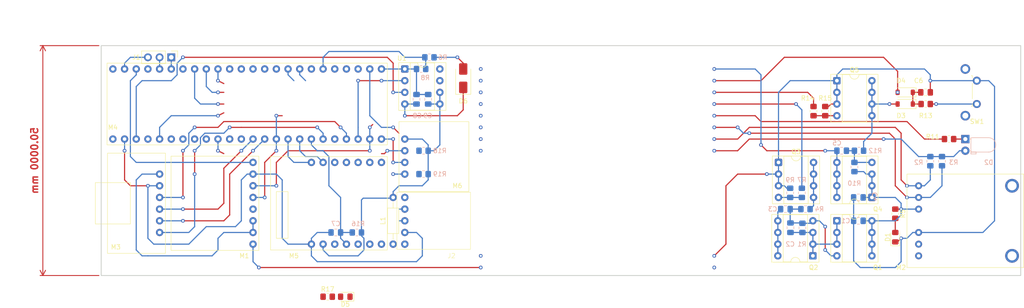
<source format=kicad_pcb>
(kicad_pcb (version 20241229) (generator "pcbnew") (generator_version "9.0")
  (layers (0 "F.Cu" signal) (2 "B.Cu" signal) (13 "F.Paste" user) (15 "B.Paste" user) (5 "F.SilkS" user "F.Silkscreen") (7 "B.SilkS" user "B.Silkscreen") (1 "F.Mask" user) (3 "B.Mask" user) (25 "Edge.Cuts" user))
  (net 0 "")
  (net 1 "GND")
  (net 2 "VDD")
  (net 3 "Net-(Q1-G)")
  (net 4 "VBUS")
  (net 5 "VCC")
  (net 6 "Net-(C2-Pad2)")
  (net 7 "Net-(D5-A)")
  (net 8 "BLUETOOTH_RST")
  (net 9 "/VBUS_OUT0")
  (net 10 "Net-(Q5-G)")
  (net 11 "Net-(R13-Pad2)")
  (net 12 "PB_POWER")
  (net 13 "Net-(D3-K)")
  (net 14 "Net-(Q4-G)")
  (net 15 "Net-(D3-A)")
  (net 16 "Net-(D2-K)")
  (net 17 "Net-(Q3-G)")
  (net 18 "Net-(D1-A)")
  (net 19 "GPS_RX")
  (net 20 "GPS_TX")
  (net 21 "TRACE_RX")
  (net 22 "TRACE_TX")
  (net 23 "I2C1_SDA")
  (net 24 "I2C1_SCL")
  (net 25 "Net-(Q3-D-Pad5)")
  (net 27 "I2C2_SDA")
  (net 28 "I2C2_SCL")
  (net 34 "+3V3")
  (net 37 "BLUETOOTH_TX")
  (net 38 "BLUETOOTH_RX")
  (net 39 "/VBUS_OUT1")
  (net 41 "USB_CC1")
  (net 42 "USB_DM")
  (net 43 "USB_DP")
  (net 44 "USB_CC2")
  (net 46 "EN_EXTRAPWR")
  (net 51 "/LED_DEVICERDY")
  (net 55 "VBUS_ADC")
  (net 61 "HOLD_POWER")
  (net 62 "VBUS_POWER")
  (net 66 "Net-(D5-K)")
  (net 69 "Net-(J2-Pin_1)")
  (net 70 "VDC")
  (footprint "Diode_SMD:D_SOD-123" (layer "F.Cu") (at 209.82 29.83 180)
    (property "Reference" "D3")
    (property "Value" "1N4148W")
  )
  (footprint "Package_DIP:DIP-8_W7.62mm_Socket" (layer "F.Cu") (at 182.26 42.53)
    (property "Reference" "Q3")
    (property "Value" "IRF7403")
  )
  (footprint "Package_DIP:DIP-8_W7.62mm_Socket" (layer "F.Cu") (at 100.98 22.21)
    (property "Reference" "U1")
    (property "Value" "TPS77733_SO8")
  )
  (footprint "Resistor_SMD:R_0805_2012Metric_Pad1.20x1.40mm_HandSolder" (layer "F.Cu") (at 207.66 53.69 -90)
    (property "Reference" "R5")
    (property "Value" "1K")
  )
  (footprint "Capacitor_SMD:C_0805_2012Metric_Pad1.18x1.45mm_HandSolder" (layer "F.Cu") (at 214.2425 27.29 180)
    (property "Reference" "C6")
    (property "Value" "0.1uF")
  )
  (footprint "PowerCube_Library:BMP280-MOD" (layer "F.Cu") (at 104.79 41.26)
    (property "Reference" "M6")
    (property "Value" "BMP280-MOD")
  )
  (footprint "PowerCube_Library:INA226-MOD" (layer "F.Cu") (at 61.61 51.42 90)
    (property "Reference" "M1")
    (property "Value" "INA226-MOD")
  )
  (footprint "Package_DIP:DIP-8_W7.62mm_Socket" (layer "F.Cu") (at 189.74 62.85 180)
    (property "Reference" "Q2")
    (property "Value" "IRF7404")
  )
  (footprint "LED_SMD:LED_0805_2012Metric_Pad1.15x1.40mm_HandSolder" (layer "F.Cu") (at 207.66 58.795 90)
    (property "Reference" "D1")
    (property "Value" "RED")
  )
  (footprint "Resistor_SMD:R_0805_2012Metric_Pad1.20x1.40mm_HandSolder" (layer "F.Cu") (at 192.42 31.37 90)
    (property "Reference" "R15")
    (property "Value" "47K")
  )
  (footprint "Package_DIP:DIP-8_W7.62mm_Socket" (layer "F.Cu") (at 194.96 24.75)
    (property "Reference" "Q5")
    (property "Value" "IRF7403")
  )
  (footprint "Button_Switch_THT:SW_Tactile_SPST_Angled_PTS645Vx39-2LFS" (layer "F.Cu") (at 225.39 24.75 -90)
    (property "Reference" "SW1")
    (property "Value" "SW_Push")
  )
  (footprint "Diode_SMD:D_SOD-123" (layer "F.Cu") (at 209.82 27.29 180)
    (property "Reference" "D4")
    (property "Value" "1N4148W")
  )
  (footprint "Resistor_SMD:R_0805_2012Metric_Pad1.20x1.40mm_HandSolder" (layer "F.Cu") (at 219.36 37.45 180)
    (property "Reference" "R11")
    (property "Value" "1K")
  )
  (footprint "Package_DIP:DIP-8_W7.62mm_Socket" (layer "F.Cu") (at 194.96 55.23)
    (property "Reference" "Q1")
    (property "Value" "IRF7404")
  )
  (footprint "Package_DIP:DIP-8_W7.62mm_Socket" (layer "F.Cu") (at 202.58 50.15 180)
    (property "Reference" "Q4")
    (property "Value" "IRF7404")
  )
  (footprint "PowerCube_Library:GOOUUU-GPS-BD" (layer "F.Cu") (at 106.06 55.23 -90)
    (property "Reference" "J2")
    (property "Value" "Conn_01x04")
  )
  (footprint "Connector_PinHeader_2.54mm:PinHeader_1x03_P2.54mm_Vertical" (layer "F.Cu") (at 50.18 19.67 -90)
    (property "Reference" "J1")
    (property "Value" "Conn_01x03")
  )
  (footprint "Diode_SMD:D_SMA" (layer "F.Cu") (at 113.68 24.21 90)
    (property "Reference" "D6")
    (property "Value" "SS34")
  )
  (footprint "LED_SMD:LED_0805_2012Metric_Pad1.15x1.40mm_HandSolder" (layer "F.Cu") (at 88.035 71.74 180)
    (property "Reference" "D5")
    (property "Value" "BLUE")
  )
  (footprint "Resistor_SMD:R_0805_2012Metric_Pad1.20x1.40mm_HandSolder" (layer "F.Cu") (at 214.28 29.83)
    (property "Reference" "R13")
    (property "Value" "330R")
  )
  (footprint "PowerCube_Library:WEACT-STM32G747" (layer "F.Cu") (at 67.96 29.83 -90)
    (property "Reference" "M4")
    (property "Value" "WEACT-STM32G474")
  )
  (footprint "PowerCube_Library:HUSB238-USBPD" (layer "F.Cu") (at 222.9 55.23 180)
    (property "Reference" "M2")
    (property "Value" "HUSB238-USBPD")
  )
  (footprint "Inductor_THT:L_Axial_L5.3mm_D2.2mm_P10.16mm_Horizontal_Vishay_IM-1" (layer "F.Cu") (at 98.44 60.31 90)
    (property "Reference" "L1")
    (property "Value" "Ferrite")
  )
  (footprint "PowerCube_Library:USBC-MOD" (layer "F.Cu") (at 41.29 51.42)
    (property "Reference" "M3")
    (property "Value" "USBC-MOD")
  )
  (footprint "Resistor_SMD:R_0805_2012Metric_Pad1.20x1.40mm_HandSolder" (layer "F.Cu") (at 189.88 31.37 90)
    (property "Reference" "R14")
    (property "Value" "330R")
  )
  (footprint "PowerCube_Library:BlueM-D100" (layer "F.Cu") (at 87.01 51.42 90)
    (property "Reference" "M5")
    (property "Value" "BlueM-D100")
  )
  (footprint "Resistor_SMD:R_0805_2012Metric_Pad1.20x1.40mm_HandSolder" (layer "F.Cu") (at 84.2 71.74)
    (property "Reference" "R17")
    (property "Value" "1K")
  )
  (footprint "Capacitor_SMD:C_0805_2012Metric_Pad1.18x1.45mm_HandSolder" (layer "B.Cu") (at 85.9725 57.77)
    (property "Reference" "C7")
    (property "Value" "1uF")
  )
  (footprint "Resistor_SMD:R_0805_2012Metric_Pad1.20x1.40mm_HandSolder" (layer "B.Cu") (at 188.13 52.69)
    (property "Reference" "R4")
    (property "Value" "10K")
  )
  (footprint "Resistor_SMD:R_0805_2012Metric_Pad1.20x1.40mm_HandSolder" (layer "B.Cu") (at 104.52 22.21 180)
    (property "Reference" "R8")
    (property "Value" "40.2K")
  )
  (footprint "Resistor_SMD:R_0805_2012Metric_Pad1.20x1.40mm_HandSolder" (layer "B.Cu") (at 198.77 43.53 90)
    (property "Reference" "R10")
    (property "Value" "47K")
  )
  (footprint "Resistor_SMD:R_0805_2012Metric_Pad1.20x1.40mm_HandSolder" (layer "B.Cu") (at 106.33 19.67 180)
    (property "Reference" "R6")
    (property "Value" "200K")
  )
  (footprint "Capacitor_SMD:C_0805_2012Metric_Pad1.18x1.45mm_HandSolder" (layer "B.Cu") (at 183.7625 52.69 180)
    (property "Reference" "C3")
    (property "Value" "1000pF")
  )
  (footprint "Resistor_SMD:R_0805_2012Metric_Pad1.20x1.40mm_HandSolder" (layer "B.Cu") (at 90.55 57.77 180)
    (property "Reference" "R16")
    (property "Value" "200K")
  )
  (footprint "Resistor_SMD:R_0805_2012Metric_Pad1.20x1.40mm_HandSolder" (layer "B.Cu") (at 187.34 49.15 90)
    (property "Reference" "R7")
    (property "Value" "330R")
  )
  (footprint "LED_THT:LED_D3.0mm_Horizontal_O1.27mm_Z6.0mm" (layer "B.Cu") (at 222.9 37.45 -90)
    (property "Reference" "D2")
    (property "Value" "GREEN")
  )
  (footprint "Resistor_SMD:R_0805_2012Metric_Pad1.20x1.40mm_HandSolder" (layer "B.Cu") (at 217.82 42.26 -90)
    (property "Reference" "R3")
    (property "Value" "1K")
  )
  (footprint "Capacitor_SMD:C_0805_2012Metric_Pad1.18x1.45mm_HandSolder" (layer "B.Cu") (at 106.06 28.7925 -90)
    (property "Reference" "C9")
    (property "Value" "1uF")
  )
  (footprint "Resistor_SMD:R_0805_2012Metric_Pad1.20x1.40mm_HandSolder" (layer "B.Cu") (at 187.46 56.77 90)
    (property "Reference" "R1")
    (property "Value" "47K")
  )
  (footprint "Capacitor_SMD:C_0805_2012Metric_Pad1.18x1.45mm_HandSolder" (layer "B.Cu") (at 103.52 28.7925 -90)
    (property "Reference" "C8")
    (property "Value" "10uF")
  )
  (footprint "Resistor_SMD:R_0805_2012Metric_Pad1.20x1.40mm_HandSolder" (layer "B.Cu") (at 184.8 49.15 90)
    (property "Reference" "R9")
    (property "Value" "47K")
  )
  (footprint "Capacitor_SMD:C_0805_2012Metric_Pad1.18x1.45mm_HandSolder" (layer "B.Cu") (at 195.9975 39.99 180)
    (property "Reference" "C5")
    (property "Value" "1000pF")
  )
  (footprint "Resistor_SMD:R_0805_2012Metric_Pad1.20x1.40mm_HandSolder" (layer "B.Cu") (at 105.06 39.99)
    (property "Reference" "R18")
    (property "Value" "1K")
  )
  (footprint "Resistor_SMD:R_0805_2012Metric_Pad1.20x1.40mm_HandSolder" (layer "B.Cu") (at 215.28 42.26 -90)
    (property "Reference" "R2")
    (property "Value" "1K")
  )
  (footprint "Capacitor_SMD:C_0805_2012Metric_Pad1.18x1.45mm_HandSolder" (layer "B.Cu") (at 184.86 56.7325 -90)
    (property "Reference" "C2")
    (property "Value" "0.1uF")
  )
  (footprint "Capacitor_SMD:C_0805_2012Metric_Pad1.18x1.45mm_HandSolder" (layer "B.Cu") (at 199.6375 50.15)
    (property "Reference" "C4")
    (property "Value" "1uF")
  )
  (footprint "Resistor_SMD:R_0805_2012Metric_Pad1.20x1.40mm_HandSolder" (layer "B.Cu") (at 105.06 45.07 180)
    (property "Reference" "R19")
    (property "Value" "1K")
  )
  (footprint "Capacitor_SMD:C_0805_2012Metric_Pad1.18x1.45mm_HandSolder" (layer "B.Cu") (at 199.6375 55.23)
    (property "Reference" "C1")
    (property "Value" "1uF" (hide yes))
  )
  (footprint "Resistor_SMD:R_0805_2012Metric_Pad1.20x1.40mm_HandSolder" (layer "B.Cu") (at 199.77 39.99)
    (property "Reference" "R12")
    (property "Value" "10K")
  )
  (gr_rect (start 34.94 17.13) (end 234.94 67.13) (stroke (width 0.2)) (fill no) (layer "Edge.Cuts"))
  (dimension (type orthogonal) (layer "F.Cu") (pts (xy 34.94 17.13) (xy 34.94 67.13)) (height -12.7) (orientation 1) (format (prefix "") (suffix "") (units 3) (units_format 1) (precision 4)) (style (thickness 0.2) (arrow_length 1.27) (text_position_mode 0) (arrow_direction outward) (extension_height 0.58642) (extension_offset 0.5) (keep_text_aligned yes)) (gr_text "50.0000 mm" (at 20.44 42.13 90) (layer "F.Cu") (effects (font (size 1.5 1.5) (thickness 0.3)) (justify mirror))))
  (segment (start 192.42 30.37) (end 193.15 30.37) (width 0.25) (layer "F.Cu") (net 1))
  (segment (start 45.1 47.61) (end 41.29 47.61) (width 0.25) (layer "F.Cu") (net 1))
  (segment (start 193.15 30.37) (end 193.69 29.83) (width 0.25) (layer "F.Cu") (net 1))
  (segment (start 173.37 45.07) (end 179.72 45.07) (width 0.25) (layer "F.Cu") (net 1))
  (segment (start 41.29 47.61) (end 40.02 46.34) (width 0.25) (layer "F.Cu") (net 1))
  (segment (start 168.29 62.85) (end 170.83 60.31) (width 0.25) (layer "F.Cu") (net 1))
  (segment (start 215.28 24.75) (end 215.28 27.29) (width 0.25) (layer "F.Cu") (net 1))
  (segment (start 207.66 59.82) (end 208.15 59.82) (width 0.25) (layer "F.Cu") (net 1))
  (segment (start 170.83 60.31) (end 170.83 47.61) (width 0.25) (layer "F.Cu") (net 1))
  (segment (start 170.83 47.61) (end 173.37 45.07) (width 0.25) (layer "F.Cu") (net 1))
  (segment (start 208.15 59.82) (end 208.93 59.04) (width 0.25) (layer "F.Cu") (net 1))
  (segment (start 193.69 29.83) (end 194.96 29.83) (width 0.25) (layer "F.Cu") (net 1))
  (segment (start 45.1 47.61) (end 45.1 47.740003) (width 0.25) (layer "F.Cu") (net 1))
  (segment (start 98.44 37.45) (end 98.44 42.53) (width 0.25) (layer "F.Cu") (net 1))
  (segment (start 40.02 46.34) (end 40.02 39.99) (width 0.25) (layer "F.Cu") (net 1))
  (via (at 117.49 62.85) (size 0.8) (drill 0.4) (layers "F.Cu" "B.Cu") (net 1))
  (via (at 168.29 62.85) (size 0.8) (drill 0.4) (layers "F.Cu" "B.Cu") (net 1))
  (via (at 215.28 24.75) (size 0.8) (drill 0.4) (layers "F.Cu" "B.Cu") (net 1))
  (via (at 40.02 39.99) (size 0.8) (drill 0.4) (layers "F.Cu" "B.Cu") (net 1))
  (via (at 45.1 47.61) (size 0.8) (drill 0.4) (layers "F.Cu" "B.Cu") (net 1))
  (via (at 179.72 45.07) (size 0.8) (drill 0.4) (layers "F.Cu" "B.Cu") (net 1))
  (via (at 208.93 59.04) (size 0.8) (drill 0.4) (layers "F.Cu" "B.Cu") (net 1))
  (via (at 98.44 37.45) (size 0.8) (drill 0.4) (layers "F.Cu" "B.Cu") (net 1))
  (via (at 98.44 42.53) (size 0.8) (drill 0.4) (layers "F.Cu" "B.Cu") (net 1))
  (segment (start 47.64 47.61) (end 45.1 47.61) (width 0.25) (layer "B.Cu") (net 1))
  (segment (start 80.66 60.31) (end 80.66 62.85) (width 0.25) (layer "B.Cu") (net 1))
  (segment (start 75.58 60.31) (end 74.31 59.04) (width 0.25) (layer "B.Cu") (net 1))
  (segment (start 74.31 59.04) (end 74.31 46.34) (width 0.25) (layer "B.Cu") (net 1))
  (segment (start 40.02 20.94) (end 41.29 19.67) (width 0.25) (layer "B.Cu") (net 1))
  (segment (start 194.96 27.29) (end 194.96 29.83) (width 0.25) (layer "B.Cu") (net 1))
  (segment (start 210.2 59.04) (end 211.47 57.77) (width 0.25) (layer "B.Cu") (net 1))
  (segment (start 45.1 59.04) (end 45.1 47.61) (width 0.25) (layer "B.Cu") (net 1))
  (segment (start 73.04 45.07) (end 74.31 46.34) (width 0.25) (layer "B.Cu") (net 1))
  (segment (start 106.06 27.755) (end 103.52 27.755) (width 0.25) (layer "B.Cu") (net 1))
  (segment (start 40.02 22.21) (end 40.02 20.94) (width 0.25) (layer "B.Cu") (net 1))
  (segment (start 81.93 64.12) (end 103.52 64.12) (width 0.25) (layer "B.Cu") (net 1))
  (segment (start 183.53 47.61) (end 182.26 47.61) (width 0.25) (layer "B.Cu") (net 1))
  (segment (start 40.02 39.99) (end 40.02 37.45) (width 0.25) (layer "B.Cu") (net 1))
  (segment (start 208.93 64.12) (end 207.66 65.39) (width 0.25) (layer "B.Cu") (net 1))
  (segment (start 182.26 47.61) (end 182.26 45.07) (width 0.25) (layer "B.Cu") (net 1))
  (segment (start 215.28 24.75) (end 225.39 24.75) (width 0.25) (layer "B.Cu") (net 1))
  (segment (start 198.6 50.15) (end 198.6 55.23) (width 0.25) (layer "B.Cu") (net 1))
  (segment (start 182.26 42.53) (end 182.26 27.29) (width 0.25) (layer "B.Cu") (net 1))
  (segment (start 194.96 23.48) (end 194.96 24.75) (width 0.25) (layer "B.Cu") (net 1))
  (segment (start 229.25 55.23) (end 229.25 26.02) (width 0.25) (layer "B.Cu") (net 1))
  (segment (start 65.42 46.34) (end 65.42 55.23) (width 0.25) (layer "B.Cu") (net 1))
  (segment (start 80.66 59.04) (end 80.66 60.31) (width 0.25) (layer "B.Cu") (net 1))
  (segment (start 196.23 22.21) (end 194.96 23.48) (width 0.25) (layer "B.Cu") (net 1))
  (segment (start 80.66 62.85) (end 81.93 64.12) (width 0.25) (layer "B.Cu") (net 1))
  (segment (start 184.8 48.15) (end 184.07 48.15) (width 0.25) (layer "B.Cu") (net 1))
  (segment (start 46.37 60.31) (end 45.1 59.04) (width 0.25) (layer "B.Cu") (net 1))
  (segment (start 95.9 22.21) (end 100.98 22.21) (width 0.25) (layer "B.Cu") (net 1))
  (segment (start 84.935 57.77) (end 81.93 57.77) (width 0.25) (layer "B.Cu") (net 1))
  (segment (start 198.6 63.95) (end 198.6 55.23) (width 0.25) (layer "B.Cu") (net 1))
  (segment (start 215.28 23.48) (end 215.28 24.75) (width 0.25) (layer "B.Cu") (net 1))
  (segment (start 214.01 22.21) (end 215.28 23.48) (width 0.25) (layer "B.Cu") (net 1))
  (segment (start 208.93 59.04) (end 210.2 59.04) (width 0.25) (layer "B.Cu") (net 1))
  (segment (start 103.52 57.77) (end 100.98 57.77) (width 0.25) (layer "B.Cu") (net 1))
  (segment (start 184.8 24.75) (end 194.96 24.75) (width 0.25) (layer "B.Cu") (net 1))
  (segment (start 66.69 45.07) (end 65.42 46.34) (width 0.25) (layer "B.Cu") (net 1))
  (segment (start 65.42 55.23) (end 64.15 56.5) (width 0.25) (layer "B.Cu") (net 1))
  (segment (start 194.96 24.75) (end 194.96 27.29) (width 0.25) (layer "B.Cu") (net 1))
  (segment (start 103.52 22.21) (end 100.98 22.21) (width 0.25) (layer "B.Cu") (net 1))
  (segment (start 98.44 42.53) (end 100.98 42.53) (width 0.25) (layer "B.Cu") (net 1))
  (segment (start 104.79 62.85) (end 104.79 59.04) (width 0.25) (layer "B.Cu") (net 1))
  (segment (start 67.96 45.07) (end 66.69 45.07) (width 0.25) (layer "B.Cu") (net 1))
  (segment (start 226.71 57.77) (end 229.25 55.23) (width 0.25) (layer "B.Cu") (net 1))
  (segment (start 53.99 60.31) (end 46.37 60.31) (width 0.25) (layer "B.Cu") (net 1))
  (segment (start 227.98 24.75) (end 225.39 24.75) (width 0.25) (layer "B.Cu") (net 1))
  (segment (start 81.93 57.77) (end 80.66 59.04) (width 0.25) (layer "B.Cu") (net 1))
  (segment (start 80.66 60.31) (end 75.58 60.31) (width 0.25) (layer "B.Cu") (net 1))
  (segment (start 182.26 45.07) (end 179.72 45.07) (width 0.25) (layer "B.Cu") (net 1))
  (segment (start 182.26 27.29) (end 184.8 24.75) (width 0.25) (layer "B.Cu") (net 1))
  (segment (start 214.01 22.21) (end 196.23 22.21) (width 0.25) (layer "B.Cu") (net 1))
  (segment (start 57.8 56.5) (end 53.99 60.31) (width 0.25) (layer "B.Cu") (net 1))
  (segment (start 212.74 57.77) (end 211.47 57.77) (width 0.25) (layer "B.Cu") (net 1))
  (segment (start 104.79 59.04) (end 103.52 57.77) (width 0.25) (layer "B.Cu") (net 1))
  (segment (start 200.04 65.39) (end 198.6 63.95) (width 0.25) (layer "B.Cu") (net 1))
  (segment (start 182.26 42.53) (end 182.26 45.07) (width 0.25) (layer "B.Cu") (net 1))
  (segment (start 229.25 26.02) (end 227.98 24.75) (width 0.25) (layer "B.Cu") (net 1))
  (segment (start 212.74 57.77) (end 226.71 57.77) (width 0.25) (layer "B.Cu") (net 1))
  (segment (start 41.29 19.67) (end 45.1 19.67) (width 0.25) (layer "B.Cu") (net 1))
  (segment (start 103.52 27.755) (end 103.52 22.21) (width 0.25) (layer "B.Cu") (net 1))
  (segment (start 207.66 65.39) (end 200.04 65.39) (width 0.25) (layer "B.Cu") (net 1))
  (segment (start 67.96 45.07) (end 73.04 45.07) (width 0.25) (layer "B.Cu") (net 1))
  (segment (start 103.52 64.12) (end 104.79 62.85) (width 0.25) (layer "B.Cu") (net 1))
  (segment (start 64.15 56.5) (end 57.8 56.5) (width 0.25) (layer "B.Cu") (net 1))
  (segment (start 184.07 48.15) (end 183.53 47.61) (width 0.25) (layer "B.Cu") (net 1))
  (segment (start 208.93 59.04) (end 208.93 64.12) (width 0.25) (layer "B.Cu") (net 1))
  (segment (start 98.44 37.45) (end 95.9 37.45) (width 0.25) (layer "B.Cu") (net 1))
  (segment (start 97.17 19.67) (end 52.72 19.67) (width 0.25) (layer "F.Cu") (net 2))
  (segment (start 98.44 27.29) (end 98.44 20.94) (width 0.25) (layer "F.Cu") (net 2))
  (segment (start 113.68 31.1) (end 112.41 32.37) (width 0.25) (layer "F.Cu") (net 2))
  (segment (start 98.44 20.94) (end 97.17 19.67) (width 0.25) (layer "F.Cu") (net 2))
  (segment (start 112.41 32.37) (end 100.98 32.37) (width 0.25) (layer "F.Cu") (net 2))
  (segment (start 113.68 26.21) (end 113.68 31.1) (width 0.25) (layer "F.Cu") (net 2))
  (via (at 52.72 19.67) (size 0.8) (drill 0.4) (layers "F.Cu" "B.Cu") (net 2))
  (via (at 98.44 27.29) (size 0.8) (drill 0.4) (layers "F.Cu" "B.Cu") (net 2))
  (via (at 100.98 32.37) (size 0.8) (drill 0.4) (layers "F.Cu" "B.Cu") (net 2))
  (segment (start 100.98 27.29) (end 98.44 27.29) (width 0.25) (layer "B.Cu") (net 2))
  (segment (start 51.45 23.48) (end 50.18 24.75) (width 0.25) (layer "B.Cu") (net 2))
  (segment (start 100.98 29.83) (end 100.98 32.37) (width 0.25) (layer "B.Cu") (net 2))
  (segment (start 50.18 24.75) (end 43.83 24.75) (width 0.25) (layer "B.Cu") (net 2))
  (segment (start 51.45 20.94) (end 51.45 23.48) (width 0.25) (layer "B.Cu") (net 2))
  (segment (start 52.72 19.67) (end 51.45 20.94) (width 0.25) (layer "B.Cu") (net 2))
  (segment (start 42.56 26.02) (end 42.56 37.45) (width 0.25) (layer "B.Cu") (net 2))
  (segment (start 43.83 24.75) (end 42.56 26.02) (width 0.25) (layer "B.Cu") (net 2))
  (segment (start 103.52 29.83) (end 100.98 29.83) (width 0.25) (layer "B.Cu") (net 2))
  (segment (start 192.42 56.5) (end 192.42 61.58) (width 0.25) (layer "F.Cu") (net 3))
  (via (at 192.42 56.5) (size 0.8) (drill 0.4) (layers "F.Cu" "B.Cu") (net 3))
  (via (at 192.42 61.58) (size 0.8) (drill 0.4) (layers "F.Cu" "B.Cu") (net 3))
  (segment (start 192.42 61.58) (end 193.69 62.85) (width 0.25) (layer "B.Cu") (net 3))
  (segment (start 184.8 55.635) (end 184.86 55.695) (width 0.25) (layer "B.Cu") (net 3))
  (segment (start 189.2 55.77) (end 189.74 55.23) (width 0.25) (layer "B.Cu") (net 3))
  (segment (start 184.8 52.69) (end 184.8 55.635) (width 0.25) (layer "B.Cu") (net 3))
  (segment (start 193.69 62.85) (end 194.96 62.85) (width 0.25) (layer "B.Cu") (net 3))
  (segment (start 187.13 52.69) (end 184.8 52.69) (width 0.25) (layer "B.Cu") (net 3))
  (segment (start 184.86 55.695) (end 187.385 55.695) (width 0.25) (layer "B.Cu") (net 3))
  (segment (start 191.15 55.23) (end 189.74 55.23) (width 0.25) (layer "B.Cu") (net 3))
  (segment (start 187.46 55.77) (end 189.2 55.77) (width 0.25) (layer "B.Cu") (net 3))
  (segment (start 191.15 55.23) (end 192.42 56.5) (width 0.25) (layer "B.Cu") (net 3))
  (segment (start 184.93 52.25) (end 184.88 52.3) (width 0.25) (layer "B.Cu") (net 3))
  (segment (start 207.66 52.69) (end 208.93 52.69) (width 0.25) (layer "F.Cu") (net 4))
  (via (at 208.93 52.69) (size 0.8) (drill 0.4) (layers "F.Cu" "B.Cu") (net 4))
  (segment (start 198.77 44.53) (end 200.77 44.53) (width 0.25) (layer "B.Cu") (net 4))
  (segment (start 208.93 52.69) (end 208.93 51.42) (width 0.25) (layer "B.Cu") (net 4))
  (segment (start 207.66 50.15) (end 202.58 50.15) (width 0.25) (layer "B.Cu") (net 4))
  (segment (start 202.58 60.31) (end 202.58 57.77) (width 0.25) (layer "B.Cu") (net 4))
  (segment (start 202.58 50.15) (end 202.58 47.61) (width 0.25) (layer "B.Cu") (net 4))
  (segment (start 200.675 50.15) (end 202.58 50.15) (width 0.25) (layer "B.Cu") (net 4))
  (segment (start 208.93 53.96) (end 207.66 55.23) (width 0.25) (layer "B.Cu") (net 4))
  (segment (start 212.74 52.69) (end 208.93 52.69) (width 0.25) (layer "B.Cu") (net 4))
  (segment (start 202.58 62.85) (end 202.58 60.31) (width 0.25) (layer "B.Cu") (net 4))
  (segment (start 207.66 55.23) (end 202.58 55.23) (width 0.25) (layer "B.Cu") (net 4))
  (segment (start 202.58 55.23) (end 200.675 55.23) (width 0.25) (layer "B.Cu") (net 4))
  (segment (start 202.58 45.07) (end 201.31 45.07) (width 0.25) (layer "B.Cu") (net 4))
  (segment (start 202.58 47.61) (end 202.58 45.07) (width 0.25) (layer "B.Cu") (net 4))
  (segment (start 208.93 52.69) (end 208.93 53.96) (width 0.25) (layer "B.Cu") (net 4))
  (segment (start 208.93 51.42) (end 207.66 50.15) (width 0.25) (layer "B.Cu") (net 4))
  (segment (start 202.58 55.23) (end 202.58 57.77) (width 0.25) (layer "B.Cu") (net 4))
  (segment (start 200.77 44.53) (end 201.31 45.07) (width 0.25) (layer "B.Cu") (net 4))
  (segment (start 106.06 29.83) (end 108.6 29.83) (width 0.25) (layer "B.Cu") (net 5))
  (segment (start 91.55 57.77) (end 91.55 58.5) (width 0.25) (layer "B.Cu") (net 5))
  (segment (start 92.09 59.04) (end 92.09 61.58) (width 0.25) (layer "B.Cu") (net 5))
  (segment (start 91.55 58.5) (end 92.09 59.04) (width 0.25) (layer "B.Cu") (net 5))
  (segment (start 108.6 29.83) (end 108.6 38.72) (width 0.25) (layer "B.Cu") (net 5))
  (segment (start 92.09 61.58) (end 90.82 62.85) (width 0.25) (layer "B.Cu") (net 5))
  (segment (start 99.71 47.61) (end 98.44 48.88) (width 0.25) (layer "B.Cu") (net 5))
  (segment (start 106.06 39.99) (end 106.06 45.07) (width 0.25) (layer "B.Cu") (net 5))
  (segment (start 100.98 37.45) (end 104.79 37.45) (width 0.25) (layer "B.Cu") (net 5))
  (segment (start 83.2 60.31) (end 83.2 61.58) (width 0.25) (layer "B.Cu") (net 5))
  (segment (start 108.6 38.72) (end 107.33 39.99) (width 0.25) (layer "B.Cu") (net 5))
  (segment (start 104.79 47.61) (end 99.71 47.61) (width 0.25) (layer "B.Cu") (net 5))
  (segment (start 91.55 57.77) (end 91.55 50.69) (width 0.25) (layer "B.Cu") (net 5))
  (segment (start 106.06 46.34) (end 104.79 47.61) (width 0.25) (layer "B.Cu") (net 5))
  (segment (start 90.82 62.85) (end 84.47 62.85) (width 0.25) (layer "B.Cu") (net 5))
  (segment (start 83.2 61.58) (end 84.47 62.85) (width 0.25) (layer "B.Cu") (net 5))
  (segment (start 91.93 50.31) (end 91.55 50.69) (width 0.25) (layer "B.Cu") (net 5))
  (segment (start 108.6 27.29) (end 108.6 29.83) (width 0.25) (layer "B.Cu") (net 5))
  (segment (start 106.06 45.07) (end 106.06 46.34) (width 0.25) (layer "B.Cu") (net 5))
  (segment (start 106.06 38.72) (end 106.06 39.99) (width 0.25) (layer "B.Cu") (net 5))
  (segment (start 104.79 37.45) (end 106.06 38.72) (width 0.25) (layer "B.Cu") (net 5))
  (segment (start 107.33 39.99) (end 106.06 39.99) (width 0.25) (layer "B.Cu") (net 5))
  (segment (start 98.44 48.88) (end 98.44 50.31) (width 0.25) (layer "B.Cu") (net 5))
  (segment (start 98.44 50.31) (end 91.93 50.31) (width 0.25) (layer "B.Cu") (net 5))
  (segment (start 189.74 57.77) (end 187.46 57.77) (width 0.25) (layer "B.Cu") (net 6))
  (segment (start 194.96 60.31) (end 194.96 57.77) (width 0.25) (layer "B.Cu") (net 6))
  (segment (start 189.74 60.31) (end 189.74 57.77) (width 0.25) (layer "B.Cu") (net 6))
  (segment (start 184.86 57.77) (end 187.46 57.77) (width 0.25) (layer "B.Cu") (net 6))
  (segment (start 189.74 62.85) (end 189.74 60.31) (width 0.25) (layer "B.Cu") (net 6))
  (segment (start 189.74 60.31) (end 194.96 60.31) (width 0.25) (layer "B.Cu") (net 6))
  (segment (start 194.96 57.77) (end 194.96 55.23) (width 0.25) (layer "B.Cu") (net 6))
  (segment (start 87.01 50.15) (end 87.01 57.77) (width 0.25) (layer "B.Cu") (net 8))
  (segment (start 84.47 41.26) (end 84.47 47.61) (width 0.25) (layer "B.Cu") (net 8))
  (segment (start 81.93 39.99) (end 83.2 39.99) (width 0.25) (layer "B.Cu") (net 8))
  (segment (start 84.47 47.61) (end 87.01 50.15) (width 0.25) (layer "B.Cu") (net 8))
  (segment (start 80.66 38.72) (end 81.93 39.99) (width 0.25) (layer "B.Cu") (net 8))
  (segment (start 87.01 59.04) (end 87.01 57.77) (width 0.25) (layer "B.Cu") (net 8))
  (segment (start 89.55 57.77) (end 87.01 57.77) (width 0.25) (layer "B.Cu") (net 8))
  (segment (start 80.66 37.45) (end 80.66 38.72) (width 0.25) (layer "B.Cu") (net 8))
  (segment (start 83.2 39.99) (end 84.47 41.26) (width 0.25) (layer "B.Cu") (net 8))
  (segment (start 88.28 60.31) (end 87.01 59.04) (width 0.25) (layer "B.Cu") (net 8))
  (segment (start 69.23 65.39) (end 117.49 65.39) (width 0.25) (layer "F.Cu") (net 9))
  (via (at 69.23 65.39) (size 0.8) (drill 0.4) (layers "F.Cu" "B.Cu") (net 9))
  (via (at 117.49 65.39) (size 0.8) (drill 0.4) (layers "F.Cu" "B.Cu") (net 9))
  (via (at 168.29 65.39) (size 0.8) (drill 0.4) (layers "F.Cu" "B.Cu") (net 9))
  (segment (start 182.12 57.77) (end 182.12 55.23) (width 0.25) (layer "B.Cu") (net 9))
  (segment (start 67.96 60.31) (end 67.96 64.12) (width 0.25) (layer "B.Cu") (net 9))
  (segment (start 182.12 55.23) (end 182.12 53.295) (width 0.25) (layer "B.Cu") (net 9))
  (segment (start 67.96 64.12) (end 69.23 65.39) (width 0.25) (layer "B.Cu") (net 9))
  (segment (start 182.12 62.85) (end 182.12 60.31) (width 0.25) (layer "B.Cu") (net 9))
  (segment (start 182.12 60.31) (end 182.12 57.77) (width 0.25) (layer "B.Cu") (net 9))
  (segment (start 182.12 53.295) (end 182.725 52.69) (width 0.25) (layer "B.Cu") (net 9))
  (segment (start 192.42 32.37) (end 189.88 32.37) (width 0.25) (layer "F.Cu") (net 10))
  (segment (start 192.42 32.37) (end 194.96 32.37) (width 0.25) (layer "F.Cu") (net 10))
  (segment (start 215.28 29.83) (end 216.55 29.83) (width 0.25) (layer "F.Cu") (net 11))
  (via (at 216.55 29.83) (size 0.8) (drill 0.4) (layers "F.Cu" "B.Cu") (net 11))
  (segment (start 216.55 29.83) (end 225.39 29.83) (width 0.25) (layer "B.Cu") (net 11))
  (segment (start 168.29 24.75) (end 178.45 24.75) (width 0.25) (layer "F.Cu") (net 12))
  (segment (start 60.34 24.75) (end 61.61 25.385) (width 0.25) (layer "F.Cu") (net 12))
  (segment (start 178.45 24.75) (end 183.53 19.67) (width 0.25) (layer "F.Cu") (net 12))
  (segment (start 208.17 22.72) (end 208.17 27.29) (width 0.25) (layer "F.Cu") (net 12))
  (segment (start 205.12 19.67) (end 208.17 22.72) (width 0.25) (layer "F.Cu") (net 12))
  (segment (start 183.53 19.67) (end 205.12 19.67) (width 0.25) (layer "F.Cu") (net 12))
  (via (at 208.17 27.29) (size 0.8) (drill 0.4) (layers "F.Cu" "B.Cu") (net 12))
  (via (at 117.49 24.75) (size 0.8) (drill 0.4) (layers "F.Cu" "B.Cu") (net 12))
  (via (at 168.29 24.75) (size 0.8) (drill 0.4) (layers "F.Cu" "B.Cu") (net 12))
  (via (at 60.34 24.75) (size 0.8) (drill 0.4) (layers "F.Cu" "B.Cu") (net 12))
  (segment (start 60.34 22.21) (end 60.34 24.75) (width 0.25) (layer "B.Cu") (net 12))
  (segment (start 211.47 29.83) (end 211.47 27.29) (width 0.25) (layer "F.Cu") (net 13))
  (segment (start 211.47 29.83) (end 213.28 29.83) (width 0.25) (layer "F.Cu") (net 13))
  (segment (start 213.205 27.29) (end 211.47 27.29) (width 0.25) (layer "F.Cu") (net 13))
  (segment (start 198.77 39.99) (end 197.035 39.99) (width 0.25) (layer "B.Cu") (net 14))
  (segment (start 202.58 42.53) (end 198.77 42.53) (width 0.25) (layer "B.Cu") (net 14))
  (segment (start 198.77 42.53) (end 198.77 39.99) (width 0.25) (layer "B.Cu") (net 14))
  (segment (start 208.17 29.83) (end 206.39 29.83) (width 0.25) (layer "F.Cu") (net 15))
  (via (at 206.39 29.83) (size 0.8) (drill 0.4) (layers "F.Cu" "B.Cu") (net 15))
  (segment (start 200.77 37.99) (end 202.58 36.18) (width 0.25) (layer "B.Cu") (net 15))
  (segment (start 200.77 39.99) (end 200.77 37.99) (width 0.25) (layer "B.Cu") (net 15))
  (segment (start 202.58 36.18) (end 202.58 32.37) (width 0.25) (layer "B.Cu") (net 15))
  (segment (start 202.58 29.83) (end 202.58 32.37) (width 0.25) (layer "B.Cu") (net 15))
  (segment (start 202.58 24.75) (end 202.58 27.29) (width 0.25) (layer "B.Cu") (net 15))
  (segment (start 202.58 27.29) (end 202.58 29.83) (width 0.25) (layer "B.Cu") (net 15))
  (segment (start 206.39 29.83) (end 202.58 29.83) (width 0.25) (layer "B.Cu") (net 15))
  (segment (start 220.36 37.45) (end 222.9 37.45) (width 0.25) (layer "F.Cu") (net 16))
  (segment (start 184.8 50.15) (end 187.34 50.15) (width 0.25) (layer "B.Cu") (net 17))
  (segment (start 184.8 50.15) (end 182.26 50.15) (width 0.25) (layer "B.Cu") (net 17))
  (segment (start 207.66 54.69) (end 207.66 57.77) (width 0.25) (layer "F.Cu") (net 18))
  (segment (start 78.12 22.21) (end 78.12 23.48) (width 0.25) (layer "B.Cu") (net 19))
  (segment (start 78.12 23.48) (end 79.39 24.75) (width 0.25) (layer "B.Cu") (net 19))
  (segment (start 100.98 52.69) (end 99.71 52.69) (width 0.25) (layer "B.Cu") (net 19))
  (segment (start 75.58 23.48) (end 76.85 24.75) (width 0.25) (layer "B.Cu") (net 20))
  (segment (start 75.58 22.21) (end 75.58 23.48) (width 0.25) (layer "B.Cu") (net 20))
  (segment (start 100.98 55.23) (end 99.71 55.23) (width 0.25) (layer "B.Cu") (net 20))
  (segment (start 50.18 19.67) (end 50.18 22.21) (width 0.25) (layer "B.Cu") (net 21))
  (segment (start 47.64 19.67) (end 47.64 22.21) (width 0.25) (layer "B.Cu") (net 22))
  (segment (start 208.93 36.18) (end 208.93 46.34) (width 0.25) (layer "F.Cu") (net 23))
  (segment (start 207.66 34.91) (end 208.93 36.18) (width 0.25) (layer "F.Cu") (net 23))
  (segment (start 173.37 37.45) (end 175.91 34.91) (width 0.25) (layer "F.Cu") (net 23))
  (segment (start 208.93 46.34) (end 210.2 47.61) (width 0.25) (layer "F.Cu") (net 23))
  (segment (start 75.58 39.99) (end 93.36 39.99) (width 0.25) (layer "F.Cu") (net 23))
  (segment (start 93.36 34.91) (end 93.995 34.275) (width 0.25) (layer "F.Cu") (net 23))
  (segment (start 73.04 42.53) (end 75.58 39.99) (width 0.25) (layer "F.Cu") (net 23))
  (segment (start 73.04 47.61) (end 73.04 42.53) (width 0.25) (layer "F.Cu") (net 23))
  (segment (start 168.29 37.45) (end 173.37 37.45) (width 0.25) (layer "F.Cu") (net 23))
  (segment (start 175.91 34.91) (end 207.66 34.91) (width 0.25) (layer "F.Cu") (net 23))
  (via (at 73.04 47.61) (size 0.8) (drill 0.4) (layers "F.Cu" "B.Cu") (net 23))
  (via (at 93.36 39.99) (size 0.8) (drill 0.4) (layers "F.Cu" "B.Cu") (net 23))
  (via (at 210.2 47.61) (size 0.8) (drill 0.4) (layers "F.Cu" "B.Cu") (net 23))
  (via (at 93.36 34.91) (size 0.8) (drill 0.4) (layers "F.Cu" "B.Cu") (net 23))
  (via (at 117.49 37.45) (size 0.8) (drill 0.4) (layers "F.Cu" "B.Cu") (net 23))
  (via (at 168.29 37.45) (size 0.8) (drill 0.4) (layers "F.Cu" "B.Cu") (net 23))
  (segment (start 215.28 46.34) (end 215.28 43.26) (width 0.25) (layer "B.Cu") (net 23))
  (segment (start 212.74 47.61) (end 214.01 47.61) (width 0.25) (layer "B.Cu") (net 23))
  (segment (start 210.2 47.61) (end 212.74 47.61) (width 0.25) (layer "B.Cu") (net 23))
  (segment (start 214.01 47.61) (end 215.28 46.34) (width 0.25) (layer "B.Cu") (net 23))
  (segment (start 93.36 39.99) (end 93.36 37.45) (width 0.25) (layer "B.Cu") (net 23))
  (segment (start 93.36 37.45) (end 93.36 34.91) (width 0.25) (layer "B.Cu") (net 23))
  (segment (start 67.96 47.61) (end 73.04 47.61) (width 0.25) (layer "B.Cu") (net 23))
  (segment (start 70.5 50.15) (end 70.5 42.53) (width 0.25) (layer "F.Cu") (net 24))
  (segment (start 207.66 37.45) (end 207.66 47.61) (width 0.25) (layer "F.Cu") (net 24))
  (segment (start 207.66 47.61) (end 210.2 50.15) (width 0.25) (layer "F.Cu") (net 24))
  (segment (start 206.39 36.18) (end 207.66 37.45) (width 0.25) (layer "F.Cu") (net 24))
  (segment (start 73.04 32.37) (end 74.31 32.37) (width 0.25) (layer "F.Cu") (net 24))
  (segment (start 175.91 36.18) (end 206.39 36.18) (width 0.25) (layer "F.Cu") (net 24))
  (segment (start 168.29 34.91) (end 173.37 34.91) (width 0.25) (layer "F.Cu") (net 24))
  (segment (start 70.5 42.53) (end 73.04 39.99) (width 0.25) (layer "F.Cu") (net 24))
  (via (at 210.2 50.15) (size 0.8) (drill 0.4) (layers "F.Cu" "B.Cu") (net 24))
  (via (at 117.49 34.91) (size 0.8) (drill 0.4) (layers "F.Cu" "B.Cu") (net 24))
  (via (at 70.5 50.15) (size 0.8) (drill 0.4) (layers "F.Cu" "B.Cu") (net 24))
  (via (at 73.04 32.37) (size 0.8) (drill 0.4) (layers "F.Cu" "B.Cu") (net 24))
  (via (at 175.91 36.18) (size 0.8) (drill 0.4) (layers "F.Cu" "B.Cu") (net 24))
  (via (at 173.37 34.91) (size 0.8) (drill 0.4) (layers "F.Cu" "B.Cu") (net 24))
  (via (at 168.29 34.91) (size 0.8) (drill 0.4) (layers "F.Cu" "B.Cu") (net 24))
  (via (at 73.04 39.99) (size 0.8) (drill 0.4) (layers "F.Cu" "B.Cu") (net 24))
  (segment (start 174.64 36.18) (end 173.37 34.91) (width 0.25) (layer "B.Cu") (net 24))
  (segment (start 175.91 36.18) (end 174.64 36.18) (width 0.25) (layer "B.Cu") (net 24))
  (segment (start 73.04 39.99) (end 73.04 37.45) (width 0.25) (layer "B.Cu") (net 24))
  (segment (start 215.28 50.15) (end 217.82 47.61) (width 0.25) (layer "B.Cu") (net 24))
  (segment (start 210.2 50.15) (end 212.74 50.15) (width 0.25) (layer "B.Cu") (net 24))
  (segment (start 70.5 50.15) (end 67.96 50.15) (width 0.25) (layer "B.Cu") (net 24))
  (segment (start 212.74 50.15) (end 215.28 50.15) (width 0.25) (layer "B.Cu") (net 24))
  (segment (start 217.82 47.61) (end 217.82 43.26) (width 0.25) (layer "B.Cu") (net 24))
  (segment (start 73.04 32.37) (end 73.04 37.45) (width 0.25) (layer "B.Cu") (net 24))
  (segment (start 189.88 51.94) (end 189.88 50.15) (width 0.25) (layer "B.Cu") (net 25))
  (segment (start 189.88 45.07) (end 189.88 42.53) (width 0.25) (layer "B.Cu") (net 25))
  (segment (start 189.88 47.61) (end 189.88 45.07) (width 0.25) (layer "B.Cu") (net 25))
  (segment (start 189.13 52.69) (end 189.88 51.94) (width 0.25) (layer "B.Cu") (net 25))
  (segment (start 189.88 50.15) (end 189.88 47.61) (width 0.25) (layer "B.Cu") (net 25))
  (segment (start 97.17 39.99) (end 96.535 40.625) (width 0.25) (layer "F.Cu") (net 27))
  (segment (start 96.535 40.625) (end 95.9 40.625) (width 0.25) (layer "F.Cu") (net 27))
  (segment (start 60.34 39.99) (end 61.61 40.625) (width 0.25) (layer "F.Cu") (net 27))
  (via (at 97.17 39.99) (size 0.8) (drill 0.4) (layers "F.Cu" "B.Cu") (net 27))
  (via (at 60.34 39.99) (size 0.8) (drill 0.4) (layers "F.Cu" "B.Cu") (net 27))
  (segment (start 100.98 39.99) (end 97.17 39.99) (width 0.25) (layer "B.Cu") (net 27))
  (segment (start 60.34 37.45) (end 60.34 39.99) (width 0.25) (layer "B.Cu") (net 27))
  (via (at 98.44 45.07) (size 0.8) (drill 0.4) (layers "F.Cu" "B.Cu") (net 28))
  (segment (start 100.98 45.07) (end 98.44 45.07) (width 0.25) (layer "B.Cu") (net 28))
  (segment (start 173.37 39.99) (end 175.91 37.45) (width 0.25) (layer "F.Cu") (net 34))
  (segment (start 175.91 37.45) (end 205.12 37.45) (width 0.25) (layer "F.Cu") (net 34))
  (segment (start 168.29 39.99) (end 173.37 39.99) (width 0.25) (layer "F.Cu") (net 34))
  (segment (start 98.44 34.91) (end 99.71 36.18) (width 0.25) (layer "F.Cu") (net 34))
  (via (at 98.44 34.91) (size 0.8) (drill 0.4) (layers "F.Cu" "B.Cu") (net 34))
  (via (at 205.12 37.45) (size 0.8) (drill 0.4) (layers "F.Cu" "B.Cu") (net 34))
  (via (at 168.29 39.99) (size 0.8) (drill 0.4) (layers "F.Cu" "B.Cu") (net 34))
  (via (at 117.49 39.99) (size 0.8) (drill 0.4) (layers "F.Cu" "B.Cu") (net 34))
  (segment (start 212.74 41.26) (end 208.93 37.45) (width 0.25) (layer "B.Cu") (net 34))
  (segment (start 41.29 41.26) (end 42.56 42.53) (width 0.25) (layer "B.Cu") (net 34))
  (segment (start 217.82 41.26) (end 215.28 41.26) (width 0.25) (layer "B.Cu") (net 34))
  (segment (start 215.28 41.26) (end 212.74 41.26) (width 0.25) (layer "B.Cu") (net 34))
  (segment (start 42.56 42.53) (end 67.96 42.53) (width 0.25) (layer "B.Cu") (net 34))
  (segment (start 93.36 32.37) (end 93.36 22.21) (width 0.25) (layer "B.Cu") (net 34))
  (segment (start 222.9 39.99) (end 221.63 39.99) (width 0.25) (layer "B.Cu") (net 34))
  (segment (start 221.63 39.99) (end 220.36 41.26) (width 0.25) (layer "B.Cu") (net 34))
  (segment (start 208.93 37.45) (end 205.12 37.45) (width 0.25) (layer "B.Cu") (net 34))
  (segment (start 220.36 41.26) (end 217.82 41.26) (width 0.25) (layer "B.Cu") (net 34))
  (segment (start 42.56 23.48) (end 41.29 24.75) (width 0.25) (layer "B.Cu") (net 34))
  (segment (start 42.56 23.48) (end 42.56 22.21) (width 0.25) (layer "B.Cu") (net 34))
  (segment (start 41.29 24.75) (end 41.29 41.26) (width 0.25) (layer "B.Cu") (net 34))
  (segment (start 95.9 34.91) (end 93.36 32.37) (width 0.25) (layer "B.Cu") (net 34))
  (segment (start 98.44 34.91) (end 95.9 34.91) (width 0.25) (layer "B.Cu") (net 34))
  (segment (start 83.2 42.53) (end 81.93 41.26) (width 0.25) (layer "B.Cu") (net 37))
  (segment (start 78.12 39.99) (end 78.12 37.45) (width 0.25) (layer "B.Cu") (net 37))
  (segment (start 79.39 41.26) (end 78.12 39.99) (width 0.25) (layer "B.Cu") (net 37))
  (segment (start 81.93 41.26) (end 79.39 41.26) (width 0.25) (layer "B.Cu") (net 37))
  (segment (start 80.66 42.53) (end 76.85 42.53) (width 0.25) (layer "B.Cu") (net 38))
  (segment (start 76.85 42.53) (end 75.58 41.26) (width 0.25) (layer "B.Cu") (net 38))
  (segment (start 75.58 41.26) (end 75.58 37.45) (width 0.25) (layer "B.Cu") (net 38))
  (segment (start 67.96 57.77) (end 67.96 55.23) (width 0.25) (layer "B.Cu") (net 39))
  (segment (start 61.61 57.77) (end 60.34 59.04) (width 0.25) (layer "B.Cu") (net 39))
  (segment (start 67.96 57.77) (end 61.61 57.77) (width 0.25) (layer "B.Cu") (net 39))
  (segment (start 43.83 45.07) (end 47.64 45.07) (width 0.25) (layer "B.Cu") (net 39))
  (segment (start 43.83 62.85) (end 42.56 61.58) (width 0.25) (layer "B.Cu") (net 39))
  (segment (start 60.34 59.04) (end 60.34 61.58) (width 0.25) (layer "B.Cu") (net 39))
  (segment (start 42.56 61.58) (end 42.56 46.34) (width 0.25) (layer "B.Cu") (net 39))
  (segment (start 60.34 61.58) (end 59.07 62.85) (width 0.25) (layer "B.Cu") (net 39))
  (segment (start 42.56 46.34) (end 43.83 45.07) (width 0.25) (layer "B.Cu") (net 39))
  (segment (start 45.1 62.85) (end 43.83 62.85) (width 0.25) (layer "B.Cu") (net 39))
  (segment (start 59.07 62.85) (end 45.1 62.85) (width 0.25) (layer "B.Cu") (net 39))
  (segment (start 52.72 50.15) (end 52.72 39.99) (width 0.25) (layer "F.Cu") (net 41))
  (segment (start 61.61 33.64) (end 85.74 33.64) (width 0.25) (layer "F.Cu") (net 41))
  (segment (start 60.34 34.91) (end 61.61 33.64) (width 0.25) (layer "F.Cu") (net 41))
  (segment (start 85.74 33.64) (end 87.01 34.91) (width 0.25) (layer "F.Cu") (net 41))
  (segment (start 55.26 34.91) (end 60.34 34.91) (width 0.25) (layer "F.Cu") (net 41))
  (via (at 87.01 34.91) (size 0.8) (drill 0.4) (layers "F.Cu" "B.Cu") (net 41))
  (via (at 52.72 39.99) (size 0.8) (drill 0.4) (layers "F.Cu" "B.Cu") (net 41))
  (via (at 52.72 50.15) (size 0.8) (drill 0.4) (layers "F.Cu" "B.Cu") (net 41))
  (via (at 55.26 34.91) (size 0.8) (drill 0.4) (layers "F.Cu" "B.Cu") (net 41))
  (segment (start 52.72 39.99) (end 53.99 38.72) (width 0.25) (layer "B.Cu") (net 41))
  (segment (start 55.26 34.91) (end 53.99 36.18) (width 0.25) (layer "B.Cu") (net 41))
  (segment (start 88.28 36.18) (end 87.01 34.91) (width 0.25) (layer "B.Cu") (net 41))
  (segment (start 52.72 50.15) (end 47.64 50.15) (width 0.25) (layer "B.Cu") (net 41))
  (segment (start 88.28 37.45) (end 88.28 36.18) (width 0.25) (layer "B.Cu") (net 41))
  (segment (start 53.99 38.72) (end 53.99 36.18) (width 0.25) (layer "B.Cu") (net 41))
  (segment (start 65.42 39.99) (end 61.61 43.8) (width 0.25) (layer "F.Cu") (net 42))
  (segment (start 52.72 52.69) (end 60.34 52.69) (width 0.25) (layer "F.Cu") (net 42))
  (segment (start 60.34 52.69) (end 61.61 51.42) (width 0.25) (layer "F.Cu") (net 42))
  (segment (start 61.61 51.42) (end 61.61 43.8) (width 0.25) (layer "F.Cu") (net 42))
  (via (at 65.42 39.99) (size 0.8) (drill 0.4) (layers "F.Cu" "B.Cu") (net 42))
  (via (at 52.72 52.69) (size 0.8) (drill 0.4) (layers "F.Cu" "B.Cu") (net 42))
  (segment (start 47.64 52.69) (end 52.72 52.69) (width 0.25) (layer "B.Cu") (net 42))
  (segment (start 67.96 37.45) (end 65.42 39.99) (width 0.25) (layer "B.Cu") (net 42))
  (segment (start 52.72 55.23) (end 61.61 55.23) (width 0.25) (layer "F.Cu") (net 43))
  (segment (start 62.88 53.96) (end 62.88 45.07) (width 0.25) (layer "F.Cu") (net 43))
  (segment (start 67.96 39.99) (end 62.88 45.07) (width 0.25) (layer "F.Cu") (net 43))
  (segment (start 61.61 55.23) (end 62.88 53.96) (width 0.25) (layer "F.Cu") (net 43))
  (via (at 52.72 55.23) (size 0.8) (drill 0.4) (layers "F.Cu" "B.Cu") (net 43))
  (via (at 67.96 39.99) (size 0.8) (drill 0.4) (layers "F.Cu" "B.Cu") (net 43))
  (segment (start 47.64 55.23) (end 52.72 55.23) (width 0.25) (layer "B.Cu") (net 43))
  (segment (start 70.5 37.45) (end 67.96 39.99) (width 0.25) (layer "B.Cu") (net 43))
  (segment (start 55.26 45.07) (end 55.26 39.99) (width 0.25) (layer "F.Cu") (net 44))
  (segment (start 81.93 34.91) (end 65.42 34.91) (width 0.25) (layer "F.Cu") (net 44))
  (segment (start 65.42 34.91) (end 62.88 34.91) (width 0.25) (layer "F.Cu") (net 44))
  (via (at 55.26 39.99) (size 0.8) (drill 0.4) (layers "F.Cu" "B.Cu") (net 44))
  (via (at 81.93 34.91) (size 0.8) (drill 0.4) (layers "F.Cu" "B.Cu") (net 44))
  (via (at 55.26 45.07) (size 0.8) (drill 0.4) (layers "F.Cu" "B.Cu") (net 44))
  (via (at 62.88 34.91) (size 0.8) (drill 0.4) (layers "F.Cu" "B.Cu") (net 44))
  (segment (start 83.2 37.45) (end 83.2 36.18) (width 0.25) (layer "B.Cu") (net 44))
  (segment (start 47.64 57.77) (end 53.99 57.77) (width 0.25) (layer "B.Cu") (net 44))
  (segment (start 56.53 38.72) (end 56.53 37.127595) (width 0.25) (layer "B.Cu") (net 44))
  (segment (start 57.477595 36.18) (end 56.53 37.127595) (width 0.25) (layer "B.Cu") (net 44))
  (segment (start 83.2 36.18) (end 81.93 34.91) (width 0.25) (layer "B.Cu") (net 44))
  (segment (start 62.88 34.91) (end 61.61 36.18) (width 0.25) (layer "B.Cu") (net 44))
  (segment (start 53.99 57.77) (end 55.26 56.5) (width 0.25) (layer "B.Cu") (net 44))
  (segment (start 55.26 39.99) (end 56.53 38.72) (width 0.25) (layer "B.Cu") (net 44))
  (segment (start 61.61 36.18) (end 57.477595 36.18) (width 0.25) (layer "B.Cu") (net 44))
  (segment (start 55.26 56.5) (end 55.26 45.07) (width 0.25) (layer "B.Cu") (net 44))
  (segment (start 56.53 37.127595) (end 56.53 37.45) (width 0.25) (layer "B.Cu") (net 44))
  (segment (start 95.9 24.75) (end 90.82 24.75) (width 0.25) (layer "F.Cu") (net 46))
  (via (at 90.82 24.75) (size 0.8) (drill 0.4) (layers "F.Cu" "B.Cu") (net 46))
  (via (at 95.9 24.75) (size 0.8) (drill 0.4) (layers "F.Cu" "B.Cu") (net 46))
  (segment (start 100.98 24.75) (end 95.9 24.75) (width 0.25) (layer "B.Cu") (net 46))
  (segment (start 90.82 37.45) (end 90.82 34.91) (width 0.25) (layer "B.Cu") (net 46))
  (segment (start 90.82 24.75) (end 90.82 34.91) (width 0.25) (layer "B.Cu") (net 46))
  (segment (start 168.29 32.37) (end 177.18 32.37) (width 0.25) (layer "F.Cu") (net 51))
  (segment (start 177.18 32.37) (end 178.45 33.64) (width 0.25) (layer "F.Cu") (net 51))
  (segment (start 214.01 37.45) (end 218.36 37.45) (width 0.25) (layer "F.Cu") (net 51))
  (segment (start 178.45 33.64) (end 210.2 33.64) (width 0.25) (layer "F.Cu") (net 51))
  (segment (start 60.34 32.37) (end 61.61 31.735) (width 0.25) (layer "F.Cu") (net 51))
  (segment (start 210.2 33.64) (end 214.01 37.45) (width 0.25) (layer "F.Cu") (net 51))
  (via (at 117.49 32.37) (size 0.8) (drill 0.4) (layers "F.Cu" "B.Cu") (net 51))
  (via (at 168.29 32.37) (size 0.8) (drill 0.4) (layers "F.Cu" "B.Cu") (net 51))
  (via (at 60.34 32.37) (size 0.8) (drill 0.4) (layers "F.Cu" "B.Cu") (net 51))
  (segment (start 47.64 34.91) (end 50.18 32.37) (width 0.25) (layer "B.Cu") (net 51))
  (segment (start 47.64 37.45) (end 47.64 34.91) (width 0.25) (layer "B.Cu") (net 51))
  (segment (start 50.18 32.37) (end 60.34 32.37) (width 0.25) (layer "B.Cu") (net 51))
  (segment (start 84.47 18.4) (end 83.2 19.67) (width 0.25) (layer "B.Cu") (net 55))
  (segment (start 105.52 22.21) (end 105.52 19.86) (width 0.25) (layer "B.Cu") (net 55))
  (segment (start 105.33 19.67) (end 100.98 19.67) (width 0.25) (layer "B.Cu") (net 55))
  (segment (start 105.52 19.86) (end 105.33 19.67) (width 0.25) (layer "B.Cu") (net 55))
  (segment (start 83.2 19.67) (end 83.2 22.21) (width 0.25) (layer "B.Cu") (net 55))
  (segment (start 100.98 19.67) (end 99.71 18.4) (width 0.25) (layer "B.Cu") (net 55))
  (segment (start 99.71 18.4) (end 84.47 18.4) (width 0.25) (layer "B.Cu") (net 55))
  (segment (start 60.34 27.29) (end 61.61 27.29) (width 0.25) (layer "F.Cu") (net 61))
  (segment (start 189.88 30.37) (end 189.88 28.56) (width 0.25) (layer "F.Cu") (net 61))
  (segment (start 189.88 28.56) (end 188.61 27.29) (width 0.25) (layer "F.Cu") (net 61))
  (segment (start 188.61 27.29) (end 168.29 27.29) (width 0.25) (layer "F.Cu") (net 61))
  (via (at 60.34 27.29) (size 0.8) (drill 0.4) (layers "F.Cu" "B.Cu") (net 61))
  (via (at 117.49 27.29) (size 0.8) (drill 0.4) (layers "F.Cu" "B.Cu") (net 61))
  (via (at 168.29 27.29) (size 0.8) (drill 0.4) (layers "F.Cu" "B.Cu") (net 61))
  (segment (start 57.8 26.02) (end 59.07 27.29) (width 0.25) (layer "B.Cu") (net 61))
  (segment (start 57.8 22.21) (end 57.8 26.02) (width 0.25) (layer "B.Cu") (net 61))
  (segment (start 59.07 27.29) (end 60.34 27.29) (width 0.25) (layer "B.Cu") (net 61))
  (segment (start 186.07 29.83) (end 168.29 29.83) (width 0.25) (layer "F.Cu") (net 62))
  (segment (start 60.34 29.83) (end 61.61 29.83) (width 0.25) (layer "F.Cu") (net 62))
  (via (at 117.49 29.83) (size 0.8) (drill 0.4) (layers "F.Cu" "B.Cu") (net 62))
  (via (at 186.07 29.83) (size 0.8) (drill 0.4) (layers "F.Cu" "B.Cu") (net 62))
  (via (at 60.34 29.83) (size 0.8) (drill 0.4) (layers "F.Cu" "B.Cu") (net 62))
  (via (at 168.29 29.83) (size 0.8) (drill 0.4) (layers "F.Cu" "B.Cu") (net 62))
  (segment (start 55.26 28.56) (end 56.53 29.83) (width 0.25) (layer "B.Cu") (net 62))
  (segment (start 187.34 48.15) (end 187.34 31.1) (width 0.25) (layer "B.Cu") (net 62))
  (segment (start 187.34 31.1) (end 186.07 29.83) (width 0.25) (layer "B.Cu") (net 62))
  (segment (start 55.26 22.21) (end 55.26 28.56) (width 0.25) (layer "B.Cu") (net 62))
  (segment (start 56.53 29.83) (end 60.34 29.83) (width 0.25) (layer "B.Cu") (net 62))
  (segment (start 192.42 39.99) (end 179.72 39.99) (width 0.25) (layer "F.Cu") (net 70))
  (segment (start 113.68 22.21) (end 113.68 20.94) (width 0.25) (layer "F.Cu") (net 70))
  (segment (start 179.72 39.99) (end 178.45 38.72) (width 0.25) (layer "F.Cu") (net 70))
  (segment (start 113.68 20.94) (end 112.41 19.67) (width 0.25) (layer "F.Cu") (net 70))
  (via (at 112.41 19.67) (size 0.8) (drill 0.4) (layers "F.Cu" "B.Cu") (net 70))
  (via (at 178.45 38.72) (size 0.8) (drill 0.4) (layers "F.Cu" "B.Cu") (net 70))
  (via (at 168.29 22.21) (size 0.8) (drill 0.4) (layers "F.Cu" "B.Cu") (net 70))
  (via (at 117.49 22.21) (size 0.8) (drill 0.4) (layers "F.Cu" "B.Cu") (net 70))
  (via (at 192.42 39.99) (size 0.8) (drill 0.4) (layers "F.Cu" "B.Cu") (net 70))
  (segment (start 194.96 39.99) (end 194.96 42.53) (width 0.25) (layer "B.Cu") (net 70))
  (segment (start 194.96 47.61) (end 194.96 50.15) (width 0.25) (layer "B.Cu") (net 70))
  (segment (start 194.96 45.07) (end 194.96 47.61) (width 0.25) (layer "B.Cu") (net 70))
  (segment (start 178.45 23.48) (end 177.18 22.21) (width 0.25) (layer "B.Cu") (net 70))
  (segment (start 194.96 39.99) (end 192.42 39.99) (width 0.25) (layer "B.Cu") (net 70))
  (segment (start 194.96 42.53) (end 194.96 45.07) (width 0.25) (layer "B.Cu") (net 70))
  (segment (start 178.45 38.72) (end 178.45 23.48) (width 0.25) (layer "B.Cu") (net 70))
  (segment (start 112.41 19.67) (end 107.33 19.67) (width 0.25) (layer "B.Cu") (net 70))
  (segment (start 177.18 22.21) (end 168.29 22.21) (width 0.25) (layer "B.Cu") (net 70))
)
</source>
